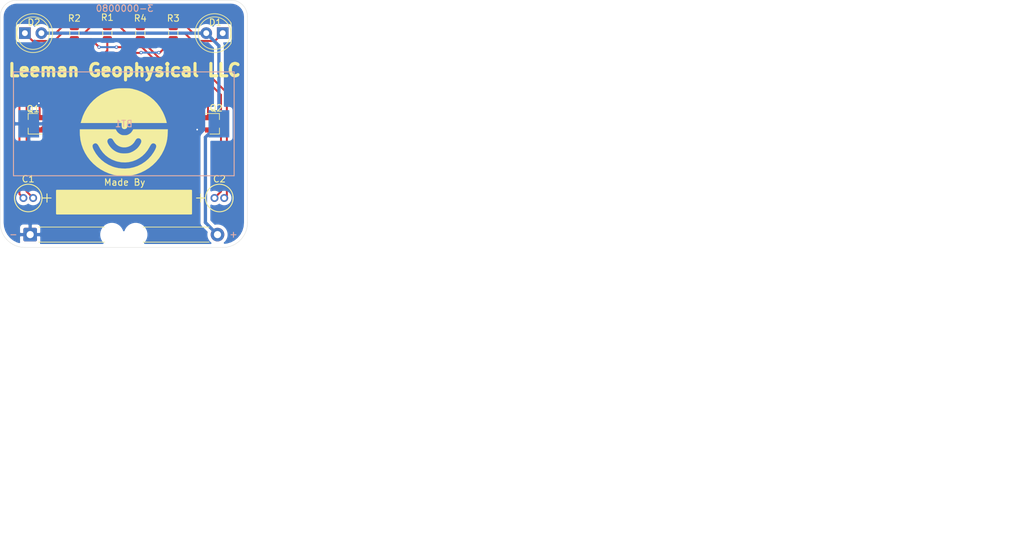
<source format=kicad_pcb>
(kicad_pcb (version 20171130) (host pcbnew "(5.1.7)-1")

  (general
    (thickness 1.6)
    (drawings 14)
    (tracks 74)
    (zones 0)
    (modules 14)
    (nets 9)
  )

  (page A4)
  (title_block
    (title "TH and SMD Blinky Kit")
    (date 2021-04-21)
    (rev 1.0)
    (company "Leeman Geophysical LLC")
    (comment 1 "(479) 373-3736")
    (comment 2 "Siloam Springs, AR 72761")
    (comment 3 "850 South Lincoln St.")
  )

  (layers
    (0 F.Cu signal)
    (31 B.Cu signal)
    (32 B.Adhes user)
    (33 F.Adhes user)
    (34 B.Paste user)
    (35 F.Paste user)
    (36 B.SilkS user)
    (37 F.SilkS user)
    (38 B.Mask user)
    (39 F.Mask user)
    (40 Dwgs.User user)
    (41 Cmts.User user)
    (42 Eco1.User user)
    (43 Eco2.User user)
    (44 Edge.Cuts user)
    (45 Margin user)
    (46 B.CrtYd user)
    (47 F.CrtYd user)
    (48 B.Fab user)
    (49 F.Fab user)
  )

  (setup
    (last_trace_width 0.3048)
    (user_trace_width 0.1524)
    (user_trace_width 0.3048)
    (user_trace_width 0.508)
    (user_trace_width 0.635)
    (user_trace_width 1.27)
    (user_trace_width 2.54)
    (trace_clearance 0.1524)
    (zone_clearance 0.508)
    (zone_45_only no)
    (trace_min 0.1524)
    (via_size 0.508)
    (via_drill 0.254)
    (via_min_size 0.508)
    (via_min_drill 0.254)
    (user_via 0.508 0.254)
    (user_via 1.016 0.508)
    (uvia_size 0.508)
    (uvia_drill 0.254)
    (uvias_allowed no)
    (uvia_min_size 0.508)
    (uvia_min_drill 0.254)
    (edge_width 0.05)
    (segment_width 0.2)
    (pcb_text_width 0.3)
    (pcb_text_size 1.5 1.5)
    (mod_edge_width 0.12)
    (mod_text_size 1 1)
    (mod_text_width 0.15)
    (pad_size 1.524 1.524)
    (pad_drill 0.762)
    (pad_to_mask_clearance 0)
    (aux_axis_origin 0 0)
    (visible_elements 7FFFFFFF)
    (pcbplotparams
      (layerselection 0x010fc_ffffffff)
      (usegerberextensions false)
      (usegerberattributes true)
      (usegerberadvancedattributes true)
      (creategerberjobfile true)
      (excludeedgelayer true)
      (linewidth 0.100000)
      (plotframeref false)
      (viasonmask false)
      (mode 1)
      (useauxorigin false)
      (hpglpennumber 1)
      (hpglpenspeed 20)
      (hpglpendiameter 15.000000)
      (psnegative false)
      (psa4output false)
      (plotreference true)
      (plotvalue true)
      (plotinvisibletext false)
      (padsonsilk false)
      (subtractmaskfromsilk false)
      (outputformat 1)
      (mirror false)
      (drillshape 0)
      (scaleselection 1)
      (outputdirectory "../GERBERS/"))
  )

  (net 0 "")
  (net 1 GND)
  (net 2 VCC)
  (net 3 "Net-(C1-Pad2)")
  (net 4 "Net-(C1-Pad1)")
  (net 5 "Net-(C2-Pad1)")
  (net 6 "Net-(C2-Pad2)")
  (net 7 "Net-(D1-Pad1)")
  (net 8 "Net-(D2-Pad1)")

  (net_class Default "This is the default net class."
    (clearance 0.1524)
    (trace_width 0.1524)
    (via_dia 0.508)
    (via_drill 0.254)
    (uvia_dia 0.508)
    (uvia_drill 0.254)
    (diff_pair_width 0.1524)
    (diff_pair_gap 0.254)
    (add_net GND)
    (add_net "Net-(C1-Pad1)")
    (add_net "Net-(C1-Pad2)")
    (add_net "Net-(C2-Pad1)")
    (add_net "Net-(C2-Pad2)")
    (add_net "Net-(D1-Pad1)")
    (add_net "Net-(D2-Pad1)")
    (add_net VCC)
  )

  (module pcb_graphics:mark135 locked (layer F.Cu) (tedit 0) (tstamp 60796D46)
    (at 140.97 99.06)
    (fp_text reference G*** (at 0 0) (layer F.SilkS) hide
      (effects (font (size 1.524 1.524) (thickness 0.3)))
    )
    (fp_text value LOGO (at 0.75 0) (layer F.SilkS) hide
      (effects (font (size 1.524 1.524) (thickness 0.3)))
    )
    (fp_poly (pts (xy 4.116126 -0.423333) (xy 6.784837 -0.423333) (xy 6.761839 0.201083) (xy 6.735037 0.661479)
      (xy 6.687786 1.06928) (xy 6.614912 1.45517) (xy 6.511244 1.849831) (xy 6.450841 2.045738)
      (xy 6.183079 2.745902) (xy 5.844104 3.405158) (xy 5.43893 4.019089) (xy 4.972571 4.583278)
      (xy 4.450042 5.093309) (xy 3.876357 5.544765) (xy 3.25653 5.933231) (xy 2.595576 6.25429)
      (xy 1.898508 6.503525) (xy 1.199071 6.671292) (xy 0.989747 6.700546) (xy 0.720916 6.724418)
      (xy 0.414539 6.742272) (xy 0.092577 6.753477) (xy -0.223012 6.757399) (xy -0.510266 6.753404)
      (xy -0.747227 6.740859) (xy -0.846667 6.73029) (xy -1.580111 6.590269) (xy -2.282357 6.376921)
      (xy -2.949254 6.09488) (xy -3.576651 5.748779) (xy -4.160395 5.343251) (xy -4.696335 4.88293)
      (xy -5.180319 4.372447) (xy -5.608196 3.816438) (xy -5.975813 3.219534) (xy -6.279019 2.58637)
      (xy -6.398348 2.248287) (xy -4.817195 2.248287) (xy -4.756197 2.47774) (xy -4.639127 2.741929)
      (xy -4.302498 3.315841) (xy -3.901755 3.836631) (xy -3.441762 4.300271) (xy -2.927387 4.702733)
      (xy -2.363495 5.039986) (xy -1.754952 5.308004) (xy -1.397 5.426197) (xy -0.879961 5.543687)
      (xy -0.322051 5.609728) (xy 0.249098 5.622628) (xy 0.805853 5.580697) (xy 0.903444 5.567039)
      (xy 1.544844 5.4284) (xy 2.158263 5.212407) (xy 2.737517 4.923515) (xy 3.276422 4.566184)
      (xy 3.768793 4.14487) (xy 4.208447 3.664031) (xy 4.589198 3.128126) (xy 4.798531 2.759429)
      (xy 4.914075 2.514143) (xy 4.978359 2.318559) (xy 4.99434 2.157348) (xy 4.964977 2.015181)
      (xy 4.949393 1.977488) (xy 4.857677 1.862116) (xy 4.717589 1.774257) (xy 4.565245 1.735934)
      (xy 4.552783 1.735667) (xy 4.425904 1.750384) (xy 4.316138 1.801707) (xy 4.212214 1.900395)
      (xy 4.102859 2.057203) (xy 3.976803 2.28289) (xy 3.974204 2.287855) (xy 3.653663 2.815107)
      (xy 3.278111 3.282381) (xy 2.85377 3.687096) (xy 2.386861 4.026671) (xy 1.883607 4.298525)
      (xy 1.35023 4.500075) (xy 0.792952 4.628743) (xy 0.217995 4.681945) (xy -0.36842 4.657102)
      (xy -0.96007 4.551632) (xy -1.27 4.463335) (xy -1.834973 4.238558) (xy -2.350888 3.944986)
      (xy -2.816543 3.583668) (xy -3.230739 3.155653) (xy -3.592273 2.66199) (xy -3.846525 2.213055)
      (xy -3.989651 1.972004) (xy -4.136745 1.813834) (xy -4.291172 1.736765) (xy -4.456296 1.739014)
      (xy -4.614778 1.806163) (xy -4.746631 1.918063) (xy -4.814055 2.063583) (xy -4.817195 2.248287)
      (xy -6.398348 2.248287) (xy -6.513663 1.921578) (xy -6.630604 1.421988) (xy -2.539842 1.421988)
      (xy -2.508357 1.590991) (xy -2.420738 1.796166) (xy -2.287769 2.021815) (xy -2.12023 2.25224)
      (xy -1.928906 2.471743) (xy -1.724579 2.664624) (xy -1.640064 2.731979) (xy -1.40224 2.900158)
      (xy -1.186722 3.024719) (xy -0.957981 3.12388) (xy -0.719667 3.203943) (xy -0.45074 3.262111)
      (xy -0.13271 3.292493) (xy 0.206051 3.295488) (xy 0.537169 3.27149) (xy 0.83227 3.220899)
      (xy 0.973667 3.180252) (xy 1.348957 3.016965) (xy 1.710092 2.79873) (xy 2.025095 2.545374)
      (xy 2.074333 2.497667) (xy 2.253653 2.29714) (xy 2.417138 2.075136) (xy 2.553068 1.851033)
      (xy 2.649721 1.64421) (xy 2.695375 1.474045) (xy 2.695775 1.470303) (xy 2.680598 1.268593)
      (xy 2.594969 1.107203) (xy 2.445337 0.996235) (xy 2.376826 0.97051) (xy 2.18789 0.949022)
      (xy 2.020981 1.006126) (xy 1.873111 1.143562) (xy 1.756833 1.331404) (xy 1.547868 1.656961)
      (xy 1.282947 1.92731) (xy 0.973318 2.137629) (xy 0.630227 2.283094) (xy 0.264921 2.358884)
      (xy -0.111354 2.360175) (xy -0.471791 2.287057) (xy -0.805218 2.149686) (xy -1.094178 1.955062)
      (xy -1.348363 1.694831) (xy -1.577461 1.360638) (xy -1.60831 1.307074) (xy -1.702001 1.153992)
      (xy -1.782177 1.059608) (xy -1.867522 1.004312) (xy -1.913664 0.986601) (xy -2.108276 0.960313)
      (xy -2.283882 1.005561) (xy -2.424665 1.111348) (xy -2.514807 1.266676) (xy -2.539842 1.421988)
      (xy -6.630604 1.421988) (xy -6.675593 1.229792) (xy -6.760656 0.515644) (xy -6.773172 0.116417)
      (xy -6.773333 -0.423333) (xy -4.00347 -0.423333) (xy -1.233606 -0.423334) (xy -1.139699 -0.235301)
      (xy -0.965986 0.019923) (xy -0.72092 0.238673) (xy -0.508 0.367561) (xy -0.381312 0.42702)
      (xy -0.267288 0.462857) (xy -0.136414 0.480807) (xy 0.040827 0.486606) (xy 0.105833 0.486833)
      (xy 0.302151 0.483521) (xy 0.443433 0.469759) (xy 0.559179 0.439804) (xy 0.678889 0.387918)
      (xy 0.719667 0.367381) (xy 0.954284 0.227252) (xy 1.132397 0.068573) (xy 1.281813 -0.13495)
      (xy 1.32089 -0.201083) (xy 1.447415 -0.423334) (xy 4.116126 -0.423333)) (layer F.SilkS) (width 0.01))
    (fp_poly (pts (xy 0.324021 -6.74594) (xy 0.580234 -6.741092) (xy 0.785481 -6.73202) (xy 0.9566 -6.717534)
      (xy 1.11043 -6.696444) (xy 1.263812 -6.66756) (xy 1.326744 -6.654015) (xy 2.075665 -6.447718)
      (xy 2.783917 -6.170043) (xy 3.447684 -5.823968) (xy 4.063147 -5.412468) (xy 4.626488 -4.93852)
      (xy 5.13389 -4.4051) (xy 5.581533 -3.815183) (xy 5.9656 -3.171747) (xy 6.075963 -2.951881)
      (xy 6.206664 -2.662549) (xy 6.330741 -2.356721) (xy 6.440072 -2.056783) (xy 6.526531 -1.785124)
      (xy 6.581994 -1.564131) (xy 6.584722 -1.549986) (xy 6.613422 -1.397) (xy 0.550333 -1.397)
      (xy 0.550333 -1.060694) (xy 0.546919 -0.882418) (xy 0.533259 -0.764688) (xy 0.504227 -0.683538)
      (xy 0.455083 -0.615448) (xy 0.302246 -0.501153) (xy 0.116407 -0.456751) (xy -0.029087 -0.473135)
      (xy -0.170173 -0.534068) (xy -0.264434 -0.636354) (xy -0.318299 -0.792263) (xy -0.338196 -1.014065)
      (xy -0.338667 -1.064043) (xy -0.338667 -1.397) (xy -6.640227 -1.397) (xy -6.540856 -1.768316)
      (xy -6.30778 -2.478913) (xy -6.000952 -3.152171) (xy -5.624729 -3.783426) (xy -5.183467 -4.368013)
      (xy -4.681521 -4.901269) (xy -4.123248 -5.37853) (xy -3.513004 -5.795132) (xy -2.855145 -6.14641)
      (xy -2.205712 -6.409938) (xy -1.874688 -6.520004) (xy -1.580691 -6.604186) (xy -1.303056 -6.665647)
      (xy -1.02112 -6.707553) (xy -0.71422 -6.733069) (xy -0.361692 -6.745359) (xy 0 -6.747752)
      (xy 0.324021 -6.74594)) (layer F.SilkS) (width 0.01))
  )

  (module Connector_Wire:SolderWire-0.5sqmm_1x02_P4.6mm_D0.9mm_OD2.1mm_Relief (layer F.Cu) (tedit 60787C59) (tstamp 6078DABE)
    (at 140.5128 114.8588)
    (descr "Soldered wire connection with feed through strain relief, for 2 times 0.5 mm² wires, basic insulation, conductor diameter 0.9mm, outer diameter 2.1mm, size source Multi-Contact FLEXI-E 0.5 (https://ec.staubli.com/AcroFiles/Catalogues/TM_Cab-Main-11014119_(en)_hi.pdf), bend radius 3 times outer diameter, generated with kicad-footprint-generator")
    (tags "connector wire 0.5sqmm strain-relief")
    (path /607A99AA)
    (attr virtual)
    (fp_text reference J1 (at -11.19 -1.56 180) (layer F.SilkS) hide
      (effects (font (size 1 1) (thickness 0.15)))
    )
    (fp_text value "2 Pos" (at -0.21 -2.3 270) (layer F.Fab)
      (effects (font (size 1 1) (thickness 0.15)))
    )
    (fp_circle (center -13.97 0) (end -13.97 -1.05) (layer F.Fab) (width 0.1))
    (fp_circle (center -1.37 0) (end -1.37 -1.05) (layer F.Fab) (width 0.1))
    (fp_circle (center 14.89 0) (end 14.89 1.05) (layer F.Fab) (width 0.1))
    (fp_circle (center 2.29 0) (end 2.29 1.05) (layer F.Fab) (width 0.1))
    (fp_line (start -13.97 1.05) (end -1.37 1.05) (layer F.Fab) (width 0.1))
    (fp_line (start -13.97 -1.05) (end -1.37 -1.05) (layer F.Fab) (width 0.1))
    (fp_line (start -12.66 -1.16) (end -2.53 -1.16) (layer F.SilkS) (width 0.12))
    (fp_line (start -12.66 1.16) (end -2.53 1.16) (layer F.SilkS) (width 0.12))
    (fp_line (start -15.52 1.8) (end 0.43 1.8) (layer F.CrtYd) (width 0.05))
    (fp_line (start 0.43 1.8) (end 0.43 -1.8) (layer F.CrtYd) (width 0.05))
    (fp_line (start 0.43 -1.8) (end -15.52 -1.8) (layer F.CrtYd) (width 0.05))
    (fp_line (start -15.52 -1.8) (end -15.52 1.8) (layer F.CrtYd) (width 0.05))
    (fp_line (start -3.17 1.8) (end 0.43 1.8) (layer B.CrtYd) (width 0.05))
    (fp_line (start 0.43 1.8) (end 0.43 -1.8) (layer B.CrtYd) (width 0.05))
    (fp_line (start 0.43 -1.8) (end -3.17 -1.8) (layer B.CrtYd) (width 0.05))
    (fp_line (start -3.17 -1.8) (end -3.17 1.8) (layer B.CrtYd) (width 0.05))
    (fp_line (start 14.89 -1.05) (end 2.29 -1.05) (layer F.Fab) (width 0.1))
    (fp_line (start 14.89 1.05) (end 2.29 1.05) (layer F.Fab) (width 0.1))
    (fp_line (start 13.58 1.16) (end 3.45 1.16) (layer F.SilkS) (width 0.12))
    (fp_line (start 13.58 -1.16) (end 3.45 -1.16) (layer F.SilkS) (width 0.12))
    (fp_line (start 16.44 -1.8) (end 0.49 -1.8) (layer F.CrtYd) (width 0.05))
    (fp_line (start 0.49 -1.8) (end 0.49 1.8) (layer F.CrtYd) (width 0.05))
    (fp_line (start 0.49 1.8) (end 16.44 1.8) (layer F.CrtYd) (width 0.05))
    (fp_line (start 16.44 1.8) (end 16.44 -1.8) (layer F.CrtYd) (width 0.05))
    (fp_line (start 4.09 -1.8) (end 0.49 -1.8) (layer B.CrtYd) (width 0.05))
    (fp_line (start 0.49 -1.8) (end 0.49 1.8) (layer B.CrtYd) (width 0.05))
    (fp_line (start 0.49 1.8) (end 4.09 1.8) (layer B.CrtYd) (width 0.05))
    (fp_line (start 4.09 1.8) (end 4.09 -1.8) (layer B.CrtYd) (width 0.05))
    (fp_text user %R (at 8.59 -2.3) (layer F.Fab)
      (effects (font (size 1 1) (thickness 0.15)))
    )
    (pad "" np_thru_hole circle (at 2.29 0 270) (size 2.6 2.6) (drill 2.6) (layers *.Cu *.Mask))
    (pad "" np_thru_hole circle (at -1.37 0 90) (size 2.6 2.6) (drill 2.6) (layers *.Cu *.Mask))
    (pad 2 thru_hole circle (at 14.89 0 270) (size 2.1 2.1) (drill 1.1) (layers *.Cu *.Mask)
      (net 2 VCC))
    (pad 1 thru_hole roundrect (at -13.97 0 90) (size 2.1 2.1) (drill 1.1) (layers *.Cu *.Mask) (roundrect_rratio 0.119047619047619)
      (net 1 GND))
    (model ${KISYS3DMOD}/Connector_Wire.3dshapes/SolderWire-0.5sqmm_1x02_P4.6mm_D0.9mm_OD2.1mm_Relief.wrl
      (at (xyz 0 0 0))
      (scale (xyz 1 1 1))
      (rotate (xyz 0 0 0))
    )
  )

  (module batteries:1-0000494 (layer B.Cu) (tedit 5EB05536) (tstamp 6078FB3E)
    (at 140.97 97.79 180)
    (path /60777445)
    (fp_text reference BT1 (at 0 0) (layer B.SilkS)
      (effects (font (size 1 1) (thickness 0.15)) (justify mirror))
    )
    (fp_text value 1-0000494 (at 0 0) (layer B.Fab)
      (effects (font (size 1 1) (thickness 0.15)) (justify mirror))
    )
    (fp_line (start -17 -10) (end -17 10) (layer B.CrtYd) (width 0.12))
    (fp_line (start 17 10) (end 17 -10) (layer B.CrtYd) (width 0.12))
    (fp_line (start -17 8) (end 17 8) (layer B.SilkS) (width 0.15))
    (fp_line (start -17 -8) (end -17 8) (layer B.SilkS) (width 0.15))
    (fp_line (start 17 -8) (end -17 -8) (layer B.SilkS) (width 0.15))
    (fp_line (start 17 8) (end 17 -8) (layer B.SilkS) (width 0.15))
    (fp_line (start -17 10) (end 17 10) (layer B.CrtYd) (width 0.15))
    (fp_line (start -17 -10) (end 17 -10) (layer B.CrtYd) (width 0.15))
    (pad 2 smd rect (at 14.65 0 180) (size 3.2 4.2) (layers B.Cu B.Paste B.Mask)
      (net 1 GND))
    (pad 1 smd rect (at -14.65 0 180) (size 3.2 4.2) (layers B.Cu B.Paste B.Mask)
      (net 2 VCC))
  )

  (module capacitors_th:1-0000853 (layer F.Cu) (tedit 60773212) (tstamp 6078DA6D)
    (at 127 109.22 180)
    (descr "CAP ALUM 10UF 20% 16V RADIAL")
    (tags "CAP ALUM 10UF 20% 16V RADIAL")
    (path /60774DDD)
    (fp_text reference C1 (at 0.762 2.921) (layer F.SilkS)
      (effects (font (size 1 1) (thickness 0.15)))
    )
    (fp_text value 1-0000853 (at 0.75 -3.81) (layer F.SilkS) hide
      (effects (font (size 1 1) (thickness 0.15)))
    )
    (fp_line (start -2.7679 0) (end -1.4979 0) (layer F.Fab) (width 0.1524))
    (fp_line (start -2.1329 -0.635) (end -2.1329 0.635) (layer F.Fab) (width 0.1524))
    (fp_line (start -2.7679 0) (end -1.4979 0) (layer F.SilkS) (width 0.1524))
    (fp_line (start -2.1329 -0.635) (end -2.1329 0.635) (layer F.SilkS) (width 0.1524))
    (fp_line (start -0.175606 -2.2479) (end 1.675606 -2.2479) (layer F.CrtYd) (width 0.1524))
    (fp_line (start 1.675606 -2.2479) (end 2.9979 -0.925606) (layer F.CrtYd) (width 0.1524))
    (fp_line (start 2.9979 -0.925606) (end 2.9979 0.925606) (layer F.CrtYd) (width 0.1524))
    (fp_line (start 2.9979 0.925606) (end 1.675606 2.2479) (layer F.CrtYd) (width 0.1524))
    (fp_line (start 1.675606 2.2479) (end -0.175606 2.2479) (layer F.CrtYd) (width 0.1524))
    (fp_line (start -0.175606 2.2479) (end -1.4979 0.925606) (layer F.CrtYd) (width 0.1524))
    (fp_line (start -1.4979 0.925606) (end -1.4979 -0.925606) (layer F.CrtYd) (width 0.1524))
    (fp_line (start -1.4979 -0.925606) (end -0.175606 -2.2479) (layer F.CrtYd) (width 0.1524))
    (fp_circle (center 0.75 0) (end 2.7439 0) (layer F.Fab) (width 0.1524))
    (fp_circle (center 0.75 0) (end 2.8709 0) (layer F.SilkS) (width 0.1524))
    (fp_text user * (at 0 0) (layer F.Fab)
      (effects (font (size 1 1) (thickness 0.15)))
    )
    (fp_text user "Copyright 2016 Accelerated Designs. All rights reserved." (at 0 0) (layer Cmts.User)
      (effects (font (size 0.127 0.127) (thickness 0.002)))
    )
    (pad 2 thru_hole circle (at 1.5 0 180) (size 1.2192 1.2192) (drill 0.7112) (layers *.Cu *.Mask)
      (net 3 "Net-(C1-Pad2)"))
    (pad 1 thru_hole circle (at 0 0 180) (size 1.2192 1.2192) (drill 0.7112) (layers *.Cu *.Mask)
      (net 4 "Net-(C1-Pad1)"))
    (model ${LGEO_3D_DIR}/capacitors_th/1-0000853.step
      (at (xyz 0 0 0))
      (scale (xyz 1 1 1))
      (rotate (xyz 0 0 0))
    )
  )

  (module capacitors_th:1-0000853 (layer F.Cu) (tedit 60773212) (tstamp 60796E56)
    (at 154.94 109.22)
    (descr "CAP ALUM 10UF 20% 16V RADIAL")
    (tags "CAP ALUM 10UF 20% 16V RADIAL")
    (path /60773993)
    (fp_text reference C2 (at 0.762 -2.921) (layer F.SilkS)
      (effects (font (size 1 1) (thickness 0.15)))
    )
    (fp_text value 1-0000853 (at 0.75 -3.81) (layer F.SilkS) hide
      (effects (font (size 1 1) (thickness 0.15)))
    )
    (fp_circle (center 0.75 0) (end 2.8709 0) (layer F.SilkS) (width 0.1524))
    (fp_circle (center 0.75 0) (end 2.7439 0) (layer F.Fab) (width 0.1524))
    (fp_line (start -1.4979 -0.925606) (end -0.175606 -2.2479) (layer F.CrtYd) (width 0.1524))
    (fp_line (start -1.4979 0.925606) (end -1.4979 -0.925606) (layer F.CrtYd) (width 0.1524))
    (fp_line (start -0.175606 2.2479) (end -1.4979 0.925606) (layer F.CrtYd) (width 0.1524))
    (fp_line (start 1.675606 2.2479) (end -0.175606 2.2479) (layer F.CrtYd) (width 0.1524))
    (fp_line (start 2.9979 0.925606) (end 1.675606 2.2479) (layer F.CrtYd) (width 0.1524))
    (fp_line (start 2.9979 -0.925606) (end 2.9979 0.925606) (layer F.CrtYd) (width 0.1524))
    (fp_line (start 1.675606 -2.2479) (end 2.9979 -0.925606) (layer F.CrtYd) (width 0.1524))
    (fp_line (start -0.175606 -2.2479) (end 1.675606 -2.2479) (layer F.CrtYd) (width 0.1524))
    (fp_line (start -2.1329 -0.635) (end -2.1329 0.635) (layer F.SilkS) (width 0.1524))
    (fp_line (start -2.7679 0) (end -1.4979 0) (layer F.SilkS) (width 0.1524))
    (fp_line (start -2.1329 -0.635) (end -2.1329 0.635) (layer F.Fab) (width 0.1524))
    (fp_line (start -2.7679 0) (end -1.4979 0) (layer F.Fab) (width 0.1524))
    (fp_text user "Copyright 2016 Accelerated Designs. All rights reserved." (at 0 0) (layer Cmts.User)
      (effects (font (size 0.127 0.127) (thickness 0.002)))
    )
    (fp_text user * (at 0 0) (layer F.Fab)
      (effects (font (size 1 1) (thickness 0.15)))
    )
    (pad 1 thru_hole circle (at 0 0) (size 1.2192 1.2192) (drill 0.7112) (layers *.Cu *.Mask)
      (net 5 "Net-(C2-Pad1)"))
    (pad 2 thru_hole circle (at 1.5 0) (size 1.2192 1.2192) (drill 0.7112) (layers *.Cu *.Mask)
      (net 6 "Net-(C2-Pad2)"))
    (model ${LGEO_3D_DIR}/capacitors_th/1-0000853.step
      (at (xyz 0 0 0))
      (scale (xyz 1 1 1))
      (rotate (xyz 0 0 0))
    )
  )

  (module leds_th:1-0000568 (layer F.Cu) (tedit 60773986) (tstamp 6078DA96)
    (at 156.21 83.82 180)
    (descr "LED, diameter 5.0mm, 2 pins RED")
    (tags "LED diameter 5.0mm 2 pins RED")
    (path /60774DCC)
    (fp_text reference D1 (at 1.143 1.651) (layer F.SilkS)
      (effects (font (size 1 1) (thickness 0.15)))
    )
    (fp_text value 1-0000568 (at 1.27 3.96) (layer F.Fab)
      (effects (font (size 1 1) (thickness 0.15)))
    )
    (fp_circle (center 1.27 0) (end 3.77 0) (layer F.SilkS) (width 0.12))
    (fp_circle (center 1.27 0) (end 3.77 0) (layer F.Fab) (width 0.1))
    (fp_line (start 4.5 -3.25) (end -1.95 -3.25) (layer F.CrtYd) (width 0.05))
    (fp_line (start 4.5 3.25) (end 4.5 -3.25) (layer F.CrtYd) (width 0.05))
    (fp_line (start -1.95 3.25) (end 4.5 3.25) (layer F.CrtYd) (width 0.05))
    (fp_line (start -1.95 -3.25) (end -1.95 3.25) (layer F.CrtYd) (width 0.05))
    (fp_line (start -1.29 -1.545) (end -1.29 1.545) (layer F.SilkS) (width 0.12))
    (fp_line (start -1.23 -1.469694) (end -1.23 1.469694) (layer F.Fab) (width 0.1))
    (fp_text user %R (at 1.25 0) (layer F.Fab)
      (effects (font (size 0.8 0.8) (thickness 0.2)))
    )
    (fp_arc (start 1.27 0) (end -1.23 -1.469694) (angle 299.1) (layer F.Fab) (width 0.1))
    (fp_arc (start 1.27 0) (end -1.29 -1.54483) (angle 148.9) (layer F.SilkS) (width 0.12))
    (fp_arc (start 1.27 0) (end -1.29 1.54483) (angle -148.9) (layer F.SilkS) (width 0.12))
    (pad 1 thru_hole rect (at 0 0 180) (size 1.8 1.8) (drill 0.9) (layers *.Cu *.Mask)
      (net 7 "Net-(D1-Pad1)"))
    (pad 2 thru_hole circle (at 2.54 0 180) (size 1.8 1.8) (drill 0.9) (layers *.Cu *.Mask)
      (net 2 VCC))
    (model ${LGEO_3D_DIR}/leds_th/1-0000568.step
      (offset (xyz 0 0 -3))
      (scale (xyz 1 1 1))
      (rotate (xyz 0 0 0))
    )
  )

  (module leds_th:1-0000568 (layer F.Cu) (tedit 60773986) (tstamp 6078DAA8)
    (at 125.73 83.82)
    (descr "LED, diameter 5.0mm, 2 pins RED")
    (tags "LED diameter 5.0mm 2 pins RED")
    (path /6077414F)
    (fp_text reference D2 (at 1.397 -1.651) (layer F.SilkS)
      (effects (font (size 1 1) (thickness 0.15)))
    )
    (fp_text value 1-0000568 (at 1.27 3.96) (layer F.Fab)
      (effects (font (size 1 1) (thickness 0.15)))
    )
    (fp_line (start -1.23 -1.469694) (end -1.23 1.469694) (layer F.Fab) (width 0.1))
    (fp_line (start -1.29 -1.545) (end -1.29 1.545) (layer F.SilkS) (width 0.12))
    (fp_line (start -1.95 -3.25) (end -1.95 3.25) (layer F.CrtYd) (width 0.05))
    (fp_line (start -1.95 3.25) (end 4.5 3.25) (layer F.CrtYd) (width 0.05))
    (fp_line (start 4.5 3.25) (end 4.5 -3.25) (layer F.CrtYd) (width 0.05))
    (fp_line (start 4.5 -3.25) (end -1.95 -3.25) (layer F.CrtYd) (width 0.05))
    (fp_circle (center 1.27 0) (end 3.77 0) (layer F.Fab) (width 0.1))
    (fp_circle (center 1.27 0) (end 3.77 0) (layer F.SilkS) (width 0.12))
    (fp_arc (start 1.27 0) (end -1.29 1.54483) (angle -148.9) (layer F.SilkS) (width 0.12))
    (fp_arc (start 1.27 0) (end -1.29 -1.54483) (angle 148.9) (layer F.SilkS) (width 0.12))
    (fp_arc (start 1.27 0) (end -1.23 -1.469694) (angle 299.1) (layer F.Fab) (width 0.1))
    (fp_text user %R (at 1.25 0) (layer F.Fab)
      (effects (font (size 0.8 0.8) (thickness 0.2)))
    )
    (pad 2 thru_hole circle (at 2.54 0) (size 1.8 1.8) (drill 0.9) (layers *.Cu *.Mask)
      (net 2 VCC))
    (pad 1 thru_hole rect (at 0 0) (size 1.8 1.8) (drill 0.9) (layers *.Cu *.Mask)
      (net 8 "Net-(D2-Pad1)"))
    (model ${LGEO_3D_DIR}/leds_th/1-0000568.step
      (offset (xyz 0 0 -3))
      (scale (xyz 1 1 1))
      (rotate (xyz 0 0 0))
    )
  )

  (module transistors:1-0000036 (layer F.Cu) (tedit 6046526C) (tstamp 6078DAD3)
    (at 127 97.79 180)
    (descr "SOT-23, Standard")
    (tags SOT-23)
    (path /6077AAAC)
    (attr smd)
    (fp_text reference Q1 (at 0 2.286) (layer F.SilkS)
      (effects (font (size 1 1) (thickness 0.15)))
    )
    (fp_text value 1-0000036 (at 0 2.5) (layer F.Fab)
      (effects (font (size 1 1) (thickness 0.15)))
    )
    (fp_line (start -0.7 -0.95) (end -0.7 1.5) (layer F.Fab) (width 0.1))
    (fp_line (start -0.15 -1.52) (end 0.7 -1.52) (layer F.Fab) (width 0.1))
    (fp_line (start -0.7 -0.95) (end -0.15 -1.52) (layer F.Fab) (width 0.1))
    (fp_line (start 0.7 -1.52) (end 0.7 1.52) (layer F.Fab) (width 0.1))
    (fp_line (start -0.7 1.52) (end 0.7 1.52) (layer F.Fab) (width 0.1))
    (fp_line (start 0.76 1.58) (end 0.76 0.65) (layer F.SilkS) (width 0.12))
    (fp_line (start 0.76 -1.58) (end 0.76 -0.65) (layer F.SilkS) (width 0.12))
    (fp_line (start -1.7 -1.75) (end 1.7 -1.75) (layer F.CrtYd) (width 0.05))
    (fp_line (start 1.7 -1.75) (end 1.7 1.75) (layer F.CrtYd) (width 0.05))
    (fp_line (start 1.7 1.75) (end -1.7 1.75) (layer F.CrtYd) (width 0.05))
    (fp_line (start -1.7 1.75) (end -1.7 -1.75) (layer F.CrtYd) (width 0.05))
    (fp_line (start 0.76 -1.58) (end -1.4 -1.58) (layer F.SilkS) (width 0.12))
    (fp_line (start 0.76 1.58) (end -0.7 1.58) (layer F.SilkS) (width 0.12))
    (fp_text user %R (at 0 0 90) (layer F.Fab)
      (effects (font (size 0.5 0.5) (thickness 0.075)))
    )
    (pad 1 smd rect (at -1 -0.95 180) (size 0.9 0.8) (layers F.Cu F.Paste F.Mask)
      (net 6 "Net-(C2-Pad2)"))
    (pad 2 smd rect (at -1 0.95 180) (size 0.9 0.8) (layers F.Cu F.Paste F.Mask)
      (net 1 GND))
    (pad 3 smd rect (at 1 0 180) (size 0.9 0.8) (layers F.Cu F.Paste F.Mask)
      (net 4 "Net-(C1-Pad1)"))
    (model ${LGEO_3D_DIR}/transistors/1-0000036.step
      (at (xyz 0 0 0))
      (scale (xyz 1 1 1))
      (rotate (xyz 0 0 0))
    )
  )

  (module transistors:1-0000036 (layer F.Cu) (tedit 6046526C) (tstamp 6078DAE8)
    (at 154.94 97.79)
    (descr "SOT-23, Standard")
    (tags SOT-23)
    (path /6077B722)
    (attr smd)
    (fp_text reference Q2 (at 0.254 -2.413) (layer F.SilkS)
      (effects (font (size 1 1) (thickness 0.15)))
    )
    (fp_text value 1-0000036 (at 0 2.5) (layer F.Fab)
      (effects (font (size 1 1) (thickness 0.15)))
    )
    (fp_line (start 0.76 1.58) (end -0.7 1.58) (layer F.SilkS) (width 0.12))
    (fp_line (start 0.76 -1.58) (end -1.4 -1.58) (layer F.SilkS) (width 0.12))
    (fp_line (start -1.7 1.75) (end -1.7 -1.75) (layer F.CrtYd) (width 0.05))
    (fp_line (start 1.7 1.75) (end -1.7 1.75) (layer F.CrtYd) (width 0.05))
    (fp_line (start 1.7 -1.75) (end 1.7 1.75) (layer F.CrtYd) (width 0.05))
    (fp_line (start -1.7 -1.75) (end 1.7 -1.75) (layer F.CrtYd) (width 0.05))
    (fp_line (start 0.76 -1.58) (end 0.76 -0.65) (layer F.SilkS) (width 0.12))
    (fp_line (start 0.76 1.58) (end 0.76 0.65) (layer F.SilkS) (width 0.12))
    (fp_line (start -0.7 1.52) (end 0.7 1.52) (layer F.Fab) (width 0.1))
    (fp_line (start 0.7 -1.52) (end 0.7 1.52) (layer F.Fab) (width 0.1))
    (fp_line (start -0.7 -0.95) (end -0.15 -1.52) (layer F.Fab) (width 0.1))
    (fp_line (start -0.15 -1.52) (end 0.7 -1.52) (layer F.Fab) (width 0.1))
    (fp_line (start -0.7 -0.95) (end -0.7 1.5) (layer F.Fab) (width 0.1))
    (fp_text user %R (at 0 0 90) (layer F.Fab)
      (effects (font (size 0.5 0.5) (thickness 0.075)))
    )
    (pad 3 smd rect (at 1 0) (size 0.9 0.8) (layers F.Cu F.Paste F.Mask)
      (net 5 "Net-(C2-Pad1)"))
    (pad 2 smd rect (at -1 0.95) (size 0.9 0.8) (layers F.Cu F.Paste F.Mask)
      (net 1 GND))
    (pad 1 smd rect (at -1 -0.95) (size 0.9 0.8) (layers F.Cu F.Paste F.Mask)
      (net 3 "Net-(C1-Pad2)"))
    (model ${LGEO_3D_DIR}/transistors/1-0000036.step
      (at (xyz 0 0 0))
      (scale (xyz 1 1 1))
      (rotate (xyz 0 0 0))
    )
  )

  (module resistors_0805:1-0000551 (layer F.Cu) (tedit 5F501375) (tstamp 60790497)
    (at 138.43 83.82 270)
    (descr "Resistor SMD 0805 (2012 Metric), square (rectangular) end terminal, IPC_7351 nominal")
    (tags resistor)
    (path /607804B6)
    (attr smd)
    (fp_text reference R1 (at -2.413 0 180) (layer F.SilkS)
      (effects (font (size 1 1) (thickness 0.15)))
    )
    (fp_text value 1-0000551 (at 0 1.65 90) (layer F.Fab)
      (effects (font (size 1 1) (thickness 0.15)))
    )
    (fp_line (start -1 0.6) (end -1 -0.6) (layer F.Fab) (width 0.1))
    (fp_line (start -1 -0.6) (end 1 -0.6) (layer F.Fab) (width 0.1))
    (fp_line (start 1 -0.6) (end 1 0.6) (layer F.Fab) (width 0.1))
    (fp_line (start 1 0.6) (end -1 0.6) (layer F.Fab) (width 0.1))
    (fp_line (start -0.258578 -0.71) (end 0.258578 -0.71) (layer F.SilkS) (width 0.12))
    (fp_line (start -0.258578 0.71) (end 0.258578 0.71) (layer F.SilkS) (width 0.12))
    (fp_line (start -1.68 0.95) (end -1.68 -0.95) (layer F.CrtYd) (width 0.05))
    (fp_line (start -1.68 -0.95) (end 1.68 -0.95) (layer F.CrtYd) (width 0.05))
    (fp_line (start 1.68 -0.95) (end 1.68 0.95) (layer F.CrtYd) (width 0.05))
    (fp_line (start 1.68 0.95) (end -1.68 0.95) (layer F.CrtYd) (width 0.05))
    (fp_text user %R (at 0 0 90) (layer F.Fab)
      (effects (font (size 0.5 0.5) (thickness 0.08)))
    )
    (pad 2 smd roundrect (at 0.9375 0 270) (size 0.975 1.4) (layers F.Cu F.Paste F.Mask) (roundrect_rratio 0.25)
      (net 4 "Net-(C1-Pad1)"))
    (pad 1 smd roundrect (at -0.9375 0 270) (size 0.975 1.4) (layers F.Cu F.Paste F.Mask) (roundrect_rratio 0.25)
      (net 7 "Net-(D1-Pad1)"))
    (model ${LGEO_3D_DIR}/resistors_0805/1-0000551.wrl
      (at (xyz 0 0 0))
      (scale (xyz 1 1 1))
      (rotate (xyz 0 0 0))
    )
  )

  (module resistors_0805:1-0000548 (layer F.Cu) (tedit 60465203) (tstamp 6078DB0A)
    (at 133.35 83.82 270)
    (descr "Resistor SMD 0805 (2012 Metric), square (rectangular) end terminal, IPC_7351 nominal")
    (tags resistor)
    (path /60780D96)
    (attr smd)
    (fp_text reference R2 (at -2.286 0) (layer F.SilkS)
      (effects (font (size 1 1) (thickness 0.15)))
    )
    (fp_text value 1-0000548 (at 0 1.65 90) (layer F.Fab)
      (effects (font (size 1 1) (thickness 0.15)))
    )
    (fp_line (start -1 0.6) (end -1 -0.6) (layer F.Fab) (width 0.1))
    (fp_line (start -1 -0.6) (end 1 -0.6) (layer F.Fab) (width 0.1))
    (fp_line (start 1 -0.6) (end 1 0.6) (layer F.Fab) (width 0.1))
    (fp_line (start 1 0.6) (end -1 0.6) (layer F.Fab) (width 0.1))
    (fp_line (start -0.258578 -0.71) (end 0.258578 -0.71) (layer F.SilkS) (width 0.12))
    (fp_line (start -0.258578 0.71) (end 0.258578 0.71) (layer F.SilkS) (width 0.12))
    (fp_line (start -1.68 0.95) (end -1.68 -0.95) (layer F.CrtYd) (width 0.05))
    (fp_line (start -1.68 -0.95) (end 1.68 -0.95) (layer F.CrtYd) (width 0.05))
    (fp_line (start 1.68 -0.95) (end 1.68 0.95) (layer F.CrtYd) (width 0.05))
    (fp_line (start 1.68 0.95) (end -1.68 0.95) (layer F.CrtYd) (width 0.05))
    (fp_text user %R (at 0 0 90) (layer F.Fab)
      (effects (font (size 0.5 0.5) (thickness 0.08)))
    )
    (pad 1 smd roundrect (at -0.9375 0 270) (size 0.975 1.4) (layers F.Cu F.Paste F.Mask) (roundrect_rratio 0.25)
      (net 2 VCC))
    (pad 2 smd roundrect (at 0.9375 0 270) (size 0.975 1.4) (layers F.Cu F.Paste F.Mask) (roundrect_rratio 0.25)
      (net 3 "Net-(C1-Pad2)"))
    (model ${LGEO_3D_DIR}/resistors_0805/1-0000548.wrl
      (at (xyz 0 0 0))
      (scale (xyz 1 1 1))
      (rotate (xyz 0 0 0))
    )
  )

  (module resistors_0805:1-0000548 (layer F.Cu) (tedit 60465203) (tstamp 6079039D)
    (at 148.59 83.82 270)
    (descr "Resistor SMD 0805 (2012 Metric), square (rectangular) end terminal, IPC_7351 nominal")
    (tags resistor)
    (path /6078178F)
    (attr smd)
    (fp_text reference R3 (at -2.286 0 180) (layer F.SilkS)
      (effects (font (size 1 1) (thickness 0.15)))
    )
    (fp_text value 1-0000548 (at 0 1.65 90) (layer F.Fab)
      (effects (font (size 1 1) (thickness 0.15)))
    )
    (fp_line (start 1.68 0.95) (end -1.68 0.95) (layer F.CrtYd) (width 0.05))
    (fp_line (start 1.68 -0.95) (end 1.68 0.95) (layer F.CrtYd) (width 0.05))
    (fp_line (start -1.68 -0.95) (end 1.68 -0.95) (layer F.CrtYd) (width 0.05))
    (fp_line (start -1.68 0.95) (end -1.68 -0.95) (layer F.CrtYd) (width 0.05))
    (fp_line (start -0.258578 0.71) (end 0.258578 0.71) (layer F.SilkS) (width 0.12))
    (fp_line (start -0.258578 -0.71) (end 0.258578 -0.71) (layer F.SilkS) (width 0.12))
    (fp_line (start 1 0.6) (end -1 0.6) (layer F.Fab) (width 0.1))
    (fp_line (start 1 -0.6) (end 1 0.6) (layer F.Fab) (width 0.1))
    (fp_line (start -1 -0.6) (end 1 -0.6) (layer F.Fab) (width 0.1))
    (fp_line (start -1 0.6) (end -1 -0.6) (layer F.Fab) (width 0.1))
    (fp_text user %R (at 0 0 90) (layer F.Fab)
      (effects (font (size 0.5 0.5) (thickness 0.08)))
    )
    (pad 2 smd roundrect (at 0.9375 0 270) (size 0.975 1.4) (layers F.Cu F.Paste F.Mask) (roundrect_rratio 0.25)
      (net 6 "Net-(C2-Pad2)"))
    (pad 1 smd roundrect (at -0.9375 0 270) (size 0.975 1.4) (layers F.Cu F.Paste F.Mask) (roundrect_rratio 0.25)
      (net 2 VCC))
    (model ${LGEO_3D_DIR}/resistors_0805/1-0000548.wrl
      (at (xyz 0 0 0))
      (scale (xyz 1 1 1))
      (rotate (xyz 0 0 0))
    )
  )

  (module resistors_0805:1-0000551 (layer F.Cu) (tedit 5F501375) (tstamp 6078DB2C)
    (at 143.51 83.82 270)
    (descr "Resistor SMD 0805 (2012 Metric), square (rectangular) end terminal, IPC_7351 nominal")
    (tags resistor)
    (path /6077FB4D)
    (attr smd)
    (fp_text reference R4 (at -2.286 0 180) (layer F.SilkS)
      (effects (font (size 1 1) (thickness 0.15)))
    )
    (fp_text value 1-0000551 (at 0 1.65 90) (layer F.Fab)
      (effects (font (size 1 1) (thickness 0.15)))
    )
    (fp_line (start 1.68 0.95) (end -1.68 0.95) (layer F.CrtYd) (width 0.05))
    (fp_line (start 1.68 -0.95) (end 1.68 0.95) (layer F.CrtYd) (width 0.05))
    (fp_line (start -1.68 -0.95) (end 1.68 -0.95) (layer F.CrtYd) (width 0.05))
    (fp_line (start -1.68 0.95) (end -1.68 -0.95) (layer F.CrtYd) (width 0.05))
    (fp_line (start -0.258578 0.71) (end 0.258578 0.71) (layer F.SilkS) (width 0.12))
    (fp_line (start -0.258578 -0.71) (end 0.258578 -0.71) (layer F.SilkS) (width 0.12))
    (fp_line (start 1 0.6) (end -1 0.6) (layer F.Fab) (width 0.1))
    (fp_line (start 1 -0.6) (end 1 0.6) (layer F.Fab) (width 0.1))
    (fp_line (start -1 -0.6) (end 1 -0.6) (layer F.Fab) (width 0.1))
    (fp_line (start -1 0.6) (end -1 -0.6) (layer F.Fab) (width 0.1))
    (fp_text user %R (at 0 0 90) (layer F.Fab)
      (effects (font (size 0.5 0.5) (thickness 0.08)))
    )
    (pad 1 smd roundrect (at -0.9375 0 270) (size 0.975 1.4) (layers F.Cu F.Paste F.Mask) (roundrect_rratio 0.25)
      (net 8 "Net-(D2-Pad1)"))
    (pad 2 smd roundrect (at 0.9375 0 270) (size 0.975 1.4) (layers F.Cu F.Paste F.Mask) (roundrect_rratio 0.25)
      (net 5 "Net-(C2-Pad1)"))
    (model ${LGEO_3D_DIR}/resistors_0805/1-0000551.wrl
      (at (xyz 0 0 0))
      (scale (xyz 1 1 1))
      (rotate (xyz 0 0 0))
    )
  )

  (module misc:barepcb (layer F.Cu) (tedit 5FDCBE64) (tstamp 6080DDD1)
    (at 276.098 160.528)
    (path /60812638)
    (fp_text reference PCB1 (at 0 0.5) (layer Dwgs.User)
      (effects (font (size 1 1) (thickness 0.15)))
    )
    (fp_text value barepcb (at 0 -0.5) (layer F.Fab)
      (effects (font (size 1 1) (thickness 0.15)))
    )
    (fp_line (start -3.5 1.5) (end -3.5 -1.5) (layer F.CrtYd) (width 0.12))
    (fp_line (start 3.5 1.5) (end -3.5 1.5) (layer F.CrtYd) (width 0.12))
    (fp_line (start 3.5 -1.5) (end 3.5 1.5) (layer F.CrtYd) (width 0.12))
    (fp_line (start -3.5 -1.5) (end 3.5 -1.5) (layer F.CrtYd) (width 0.12))
  )

  (gr_text 3-0000080 (at 141.097 80.01) (layer B.SilkS)
    (effects (font (size 1 1) (thickness 0.15)) (justify mirror))
  )
  (gr_text + (at 157.861 114.808) (layer B.SilkS)
    (effects (font (size 1 1) (thickness 0.15)))
  )
  (gr_text - (at 123.952 114.808) (layer B.SilkS)
    (effects (font (size 1 1) (thickness 0.15)))
  )
  (gr_text "Made By" (at 141.097 106.807) (layer F.SilkS)
    (effects (font (size 1 1) (thickness 0.15)))
  )
  (gr_text "Leeman Geophysical LLC" (at 141.097 89.535) (layer F.SilkS)
    (effects (font (size 1.905 1.905) (thickness 0.47625)))
  )
  (gr_arc (start 157.48 81.28) (end 160.02 81.28) (angle -90) (layer Edge.Cuts) (width 0.05))
  (gr_arc (start 124.46 81.28) (end 124.46 78.74) (angle -90) (layer Edge.Cuts) (width 0.05))
  (gr_arc (start 125.73 113.03) (end 121.92 113.03) (angle -90) (layer Edge.Cuts) (width 0.05))
  (gr_arc (start 156.21 113.03) (end 156.21 116.84) (angle -90) (layer Edge.Cuts) (width 0.05))
  (gr_line (start 124.46 78.74) (end 124.46 78.74) (layer Edge.Cuts) (width 0.05) (tstamp 6078F9E6))
  (gr_line (start 121.92 113.03) (end 121.92 81.28) (layer Edge.Cuts) (width 0.05))
  (gr_line (start 157.48 78.74) (end 124.46 78.74) (layer Edge.Cuts) (width 0.05))
  (gr_line (start 160.02 113.03) (end 160.02 81.28) (layer Edge.Cuts) (width 0.05))
  (gr_line (start 125.73 116.84) (end 156.21 116.84) (layer Edge.Cuts) (width 0.05))

  (via (at 152.273 98.679) (size 0.508) (drill 0.254) (layers F.Cu B.Cu) (net 1))
  (segment (start 152.334 98.74) (end 152.273 98.679) (width 0.3048) (layer F.Cu) (net 1))
  (segment (start 153.94 98.74) (end 152.334 98.74) (width 0.3048) (layer F.Cu) (net 1) (status 10))
  (via (at 127.889 94.615) (size 0.508) (drill 0.254) (layers F.Cu B.Cu) (net 1))
  (segment (start 128 94.726) (end 127.889 94.615) (width 0.3048) (layer F.Cu) (net 1))
  (segment (start 128 96.84) (end 128 94.726) (width 0.3048) (layer F.Cu) (net 1))
  (segment (start 153.543 112.999) (end 155.4028 114.8588) (width 0.508) (layer B.Cu) (net 2) (status 20))
  (segment (start 153.543 99.867) (end 153.543 112.999) (width 0.508) (layer B.Cu) (net 2))
  (segment (start 155.62 97.79) (end 153.543 99.867) (width 0.508) (layer B.Cu) (net 2) (status 10))
  (segment (start 155.62 85.77) (end 153.67 83.82) (width 0.508) (layer B.Cu) (net 2) (status 20))
  (segment (start 155.62 97.79) (end 155.62 85.77) (width 0.508) (layer B.Cu) (net 2) (tstamp 60796FBC) (status 10))
  (segment (start 153.67 83.82) (end 128.27 83.82) (width 0.508) (layer B.Cu) (net 2) (status 30))
  (segment (start 150.7005 82.8825) (end 148.59 82.8825) (width 0.3048) (layer F.Cu) (net 2) (status 20))
  (segment (start 151.638 83.82) (end 150.7005 82.8825) (width 0.3048) (layer F.Cu) (net 2))
  (segment (start 153.67 83.82) (end 151.638 83.82) (width 0.3048) (layer F.Cu) (net 2) (status 10))
  (segment (start 128.27 83.82) (end 130.4925 83.82) (width 0.3048) (layer F.Cu) (net 2) (status 10))
  (segment (start 130.4925 83.82) (end 131.43 82.8825) (width 0.3048) (layer F.Cu) (net 2))
  (segment (start 131.43 82.8825) (end 133.35 82.8825) (width 0.3048) (layer F.Cu) (net 2) (status 20))
  (segment (start 124.890401 93.217099) (end 133.35 84.7575) (width 0.3048) (layer F.Cu) (net 3) (status 20))
  (segment (start 124.890401 108.610401) (end 124.890401 93.217099) (width 0.3048) (layer F.Cu) (net 3))
  (segment (start 125.5 109.22) (end 124.890401 108.610401) (width 0.3048) (layer F.Cu) (net 3) (status 10))
  (via (at 137.16 85.979) (size 0.508) (drill 0.254) (layers F.Cu B.Cu) (net 3))
  (segment (start 135.9385 84.7575) (end 137.16 85.979) (width 0.3048) (layer F.Cu) (net 3))
  (segment (start 133.35 84.7575) (end 135.9385 84.7575) (width 0.3048) (layer F.Cu) (net 3) (status 10))
  (via (at 139.827 85.979) (size 0.508) (drill 0.254) (layers F.Cu B.Cu) (net 3))
  (segment (start 137.16 85.979) (end 139.827 85.979) (width 0.3048) (layer B.Cu) (net 3))
  (segment (start 139.827 85.979) (end 143.764 85.979) (width 0.3048) (layer F.Cu) (net 3))
  (segment (start 143.764 85.979) (end 146.177 88.392) (width 0.3048) (layer F.Cu) (net 3))
  (segment (start 146.177 88.392) (end 150.114 88.392) (width 0.3048) (layer F.Cu) (net 3))
  (segment (start 153.94 92.218) (end 153.94 96.84) (width 0.3048) (layer F.Cu) (net 3) (status 20))
  (segment (start 150.114 88.392) (end 153.94 92.218) (width 0.3048) (layer F.Cu) (net 3))
  (segment (start 126 108.22) (end 127 109.22) (width 0.3048) (layer F.Cu) (net 4) (status 20))
  (segment (start 126 97.79) (end 126 108.22) (width 0.3048) (layer F.Cu) (net 4) (status 10))
  (segment (start 138.43 84.7575) (end 138.43 86.487) (width 0.3048) (layer F.Cu) (net 4) (status 10))
  (segment (start 138.43 86.487) (end 137.287 87.63) (width 0.3048) (layer F.Cu) (net 4))
  (segment (start 137.287 87.63) (end 131.318 87.63) (width 0.3048) (layer F.Cu) (net 4))
  (segment (start 126 92.948) (end 126 97.79) (width 0.3048) (layer F.Cu) (net 4) (status 20))
  (segment (start 131.318 87.63) (end 126 92.948) (width 0.3048) (layer F.Cu) (net 4))
  (segment (start 155.94 108.22) (end 154.94 109.22) (width 0.3048) (layer F.Cu) (net 5) (status 20))
  (segment (start 143.51 84.7575) (end 146.3825 87.63) (width 0.3048) (layer F.Cu) (net 5) (status 10))
  (segment (start 146.3825 87.63) (end 150.241 87.63) (width 0.3048) (layer F.Cu) (net 5))
  (segment (start 155.94 93.329) (end 155.94 98.187) (width 0.3048) (layer F.Cu) (net 5) (status 20))
  (segment (start 150.241 87.63) (end 155.94 93.329) (width 0.3048) (layer F.Cu) (net 5))
  (segment (start 155.94 98.187) (end 155.94 108.22) (width 0.3048) (layer F.Cu) (net 5) (status 10))
  (segment (start 155.94 97.79) (end 155.94 98.187) (width 0.3048) (layer F.Cu) (net 5) (status 30))
  (segment (start 156.845 93.0125) (end 148.59 84.7575) (width 0.3048) (layer F.Cu) (net 6) (status 20))
  (segment (start 156.845 108.815) (end 156.845 93.0125) (width 0.3048) (layer F.Cu) (net 6) (status 10))
  (segment (start 156.44 109.22) (end 156.845 108.815) (width 0.3048) (layer F.Cu) (net 6) (status 30))
  (via (at 146.357382 86.814618) (size 0.508) (drill 0.254) (layers F.Cu B.Cu) (net 6))
  (segment (start 146.532882 86.814618) (end 146.357382 86.814618) (width 0.3048) (layer F.Cu) (net 6))
  (segment (start 148.59 84.7575) (end 146.532882 86.814618) (width 0.3048) (layer F.Cu) (net 6) (status 10))
  (segment (start 146.357382 86.814618) (end 143.637 86.814618) (width 0.3048) (layer B.Cu) (net 6))
  (via (at 143.637 86.814618) (size 0.508) (drill 0.254) (layers F.Cu B.Cu) (net 6))
  (segment (start 129.413 90.551) (end 129.413 97.327) (width 0.3048) (layer F.Cu) (net 6))
  (segment (start 131.572 88.392) (end 129.413 90.551) (width 0.3048) (layer F.Cu) (net 6))
  (segment (start 137.668 88.392) (end 131.572 88.392) (width 0.3048) (layer F.Cu) (net 6))
  (segment (start 139.192 86.868) (end 137.668 88.392) (width 0.3048) (layer F.Cu) (net 6))
  (segment (start 143.583618 86.868) (end 139.192 86.868) (width 0.3048) (layer F.Cu) (net 6))
  (segment (start 129.413 97.327) (end 128 98.74) (width 0.3048) (layer F.Cu) (net 6) (status 20))
  (segment (start 143.637 86.814618) (end 143.583618 86.868) (width 0.3048) (layer F.Cu) (net 6))
  (segment (start 155.005199 85.024801) (end 156.21 83.82) (width 0.3048) (layer F.Cu) (net 7) (status 20))
  (segment (start 151.561209 85.024801) (end 155.005199 85.024801) (width 0.3048) (layer F.Cu) (net 7))
  (segment (start 150.356408 83.82) (end 151.561209 85.024801) (width 0.3048) (layer F.Cu) (net 7))
  (segment (start 141.351 83.82) (end 150.356408 83.82) (width 0.3048) (layer F.Cu) (net 7))
  (segment (start 140.4135 82.8825) (end 141.351 83.82) (width 0.3048) (layer F.Cu) (net 7))
  (segment (start 138.43 82.8825) (end 140.4135 82.8825) (width 0.3048) (layer F.Cu) (net 7) (status 10))
  (segment (start 126.934801 85.024801) (end 125.73 83.82) (width 0.3048) (layer F.Cu) (net 8) (status 20))
  (segment (start 130.251791 85.024801) (end 126.934801 85.024801) (width 0.3048) (layer F.Cu) (net 8))
  (segment (start 131.456592 83.82) (end 130.251791 85.024801) (width 0.3048) (layer F.Cu) (net 8))
  (segment (start 134.874 83.82) (end 131.456592 83.82) (width 0.3048) (layer F.Cu) (net 8))
  (segment (start 136.60381 82.09019) (end 134.874 83.82) (width 0.3048) (layer F.Cu) (net 8))
  (segment (start 140.51019 82.09019) (end 136.60381 82.09019) (width 0.3048) (layer F.Cu) (net 8))
  (segment (start 141.3025 82.8825) (end 140.51019 82.09019) (width 0.3048) (layer F.Cu) (net 8))
  (segment (start 143.51 82.8825) (end 141.3025 82.8825) (width 0.3048) (layer F.Cu) (net 8) (status 10))

  (zone (net 1) (net_name GND) (layer B.Cu) (tstamp 6080DF5C) (hatch edge 0.508)
    (connect_pads (clearance 0.508))
    (min_thickness 0.254)
    (fill yes (arc_segments 32) (thermal_gap 0.508) (thermal_bridge_width 0.508))
    (polygon
      (pts
        (xy 160.02 116.84) (xy 121.92 116.84) (xy 121.92 78.74) (xy 160.02 78.74)
      )
    )
    (filled_polygon
      (pts
        (xy 157.844545 79.438909) (xy 158.195208 79.54478) (xy 158.518625 79.716744) (xy 158.802484 79.948254) (xy 159.035965 80.230486)
        (xy 159.210183 80.552695) (xy 159.318502 80.902614) (xy 159.360001 81.297452) (xy 159.36 112.997721) (xy 159.296904 113.641221)
        (xy 159.119394 114.229164) (xy 158.831063 114.771436) (xy 158.442906 115.247364) (xy 157.969686 115.638845) (xy 157.429449 115.93095)
        (xy 156.842756 116.112563) (xy 156.495488 116.149062) (xy 156.711625 115.932925) (xy 156.896028 115.656947) (xy 157.023046 115.350296)
        (xy 157.0878 115.024758) (xy 157.0878 114.692842) (xy 157.023046 114.367304) (xy 156.896028 114.060653) (xy 156.711625 113.784675)
        (xy 156.476925 113.549975) (xy 156.200947 113.365572) (xy 155.894296 113.238554) (xy 155.568758 113.1738) (xy 155.236842 113.1738)
        (xy 155.018472 113.217237) (xy 154.432 112.630765) (xy 154.432 110.356725) (xy 154.576964 110.416771) (xy 154.817418 110.4646)
        (xy 155.062582 110.4646) (xy 155.303036 110.416771) (xy 155.529539 110.32295) (xy 155.69 110.215734) (xy 155.850461 110.32295)
        (xy 156.076964 110.416771) (xy 156.317418 110.4646) (xy 156.562582 110.4646) (xy 156.803036 110.416771) (xy 157.029539 110.32295)
        (xy 157.233386 110.186744) (xy 157.406744 110.013386) (xy 157.54295 109.809539) (xy 157.636771 109.583036) (xy 157.6846 109.342582)
        (xy 157.6846 109.097418) (xy 157.636771 108.856964) (xy 157.54295 108.630461) (xy 157.406744 108.426614) (xy 157.233386 108.253256)
        (xy 157.029539 108.11705) (xy 156.803036 108.023229) (xy 156.562582 107.9754) (xy 156.317418 107.9754) (xy 156.076964 108.023229)
        (xy 155.850461 108.11705) (xy 155.69 108.224266) (xy 155.529539 108.11705) (xy 155.303036 108.023229) (xy 155.062582 107.9754)
        (xy 154.817418 107.9754) (xy 154.576964 108.023229) (xy 154.432 108.083275) (xy 154.432 100.528072) (xy 157.22 100.528072)
        (xy 157.344482 100.515812) (xy 157.46418 100.479502) (xy 157.574494 100.420537) (xy 157.671185 100.341185) (xy 157.750537 100.244494)
        (xy 157.809502 100.13418) (xy 157.845812 100.014482) (xy 157.858072 99.89) (xy 157.858072 95.69) (xy 157.845812 95.565518)
        (xy 157.809502 95.44582) (xy 157.750537 95.335506) (xy 157.671185 95.238815) (xy 157.574494 95.159463) (xy 157.46418 95.100498)
        (xy 157.344482 95.064188) (xy 157.22 95.051928) (xy 156.509 95.051928) (xy 156.509 85.813659) (xy 156.5133 85.769999)
        (xy 156.509 85.726339) (xy 156.509 85.726333) (xy 156.496136 85.595726) (xy 156.496136 85.595724) (xy 156.445302 85.428147)
        (xy 156.436829 85.412296) (xy 156.407846 85.358072) (xy 157.11 85.358072) (xy 157.234482 85.345812) (xy 157.35418 85.309502)
        (xy 157.464494 85.250537) (xy 157.561185 85.171185) (xy 157.640537 85.074494) (xy 157.699502 84.96418) (xy 157.735812 84.844482)
        (xy 157.748072 84.72) (xy 157.748072 82.92) (xy 157.735812 82.795518) (xy 157.699502 82.67582) (xy 157.640537 82.565506)
        (xy 157.561185 82.468815) (xy 157.464494 82.389463) (xy 157.35418 82.330498) (xy 157.234482 82.294188) (xy 157.11 82.281928)
        (xy 155.31 82.281928) (xy 155.185518 82.294188) (xy 155.06582 82.330498) (xy 154.955506 82.389463) (xy 154.858815 82.468815)
        (xy 154.779463 82.565506) (xy 154.720498 82.67582) (xy 154.714944 82.694127) (xy 154.648505 82.627688) (xy 154.397095 82.459701)
        (xy 154.117743 82.343989) (xy 153.821184 82.285) (xy 153.518816 82.285) (xy 153.222257 82.343989) (xy 152.942905 82.459701)
        (xy 152.691495 82.627688) (xy 152.477688 82.841495) (xy 152.417883 82.931) (xy 129.522117 82.931) (xy 129.462312 82.841495)
        (xy 129.248505 82.627688) (xy 128.997095 82.459701) (xy 128.717743 82.343989) (xy 128.421184 82.285) (xy 128.118816 82.285)
        (xy 127.822257 82.343989) (xy 127.542905 82.459701) (xy 127.291495 82.627688) (xy 127.225056 82.694127) (xy 127.219502 82.67582)
        (xy 127.160537 82.565506) (xy 127.081185 82.468815) (xy 126.984494 82.389463) (xy 126.87418 82.330498) (xy 126.754482 82.294188)
        (xy 126.63 82.281928) (xy 124.83 82.281928) (xy 124.705518 82.294188) (xy 124.58582 82.330498) (xy 124.475506 82.389463)
        (xy 124.378815 82.468815) (xy 124.299463 82.565506) (xy 124.240498 82.67582) (xy 124.204188 82.795518) (xy 124.191928 82.92)
        (xy 124.191928 84.72) (xy 124.204188 84.844482) (xy 124.240498 84.96418) (xy 124.299463 85.074494) (xy 124.378815 85.171185)
        (xy 124.475506 85.250537) (xy 124.58582 85.309502) (xy 124.705518 85.345812) (xy 124.83 85.358072) (xy 126.63 85.358072)
        (xy 126.754482 85.345812) (xy 126.87418 85.309502) (xy 126.984494 85.250537) (xy 127.081185 85.171185) (xy 127.160537 85.074494)
        (xy 127.219502 84.96418) (xy 127.225056 84.945873) (xy 127.291495 85.012312) (xy 127.542905 85.180299) (xy 127.822257 85.296011)
        (xy 128.118816 85.355) (xy 128.421184 85.355) (xy 128.717743 85.296011) (xy 128.997095 85.180299) (xy 129.248505 85.012312)
        (xy 129.462312 84.798505) (xy 129.522117 84.709) (xy 152.417883 84.709) (xy 152.477688 84.798505) (xy 152.691495 85.012312)
        (xy 152.942905 85.180299) (xy 153.222257 85.296011) (xy 153.518816 85.355) (xy 153.821184 85.355) (xy 153.926764 85.333999)
        (xy 154.731001 86.138237) (xy 154.731 95.051928) (xy 154.02 95.051928) (xy 153.895518 95.064188) (xy 153.77582 95.100498)
        (xy 153.665506 95.159463) (xy 153.568815 95.238815) (xy 153.489463 95.335506) (xy 153.430498 95.44582) (xy 153.394188 95.565518)
        (xy 153.381928 95.69) (xy 153.381928 98.770837) (xy 152.945264 99.207501) (xy 152.911341 99.235341) (xy 152.800247 99.37071)
        (xy 152.717697 99.52515) (xy 152.666864 99.692727) (xy 152.654 99.823334) (xy 152.654 99.82334) (xy 152.6497 99.867)
        (xy 152.654 99.91066) (xy 152.654001 112.95533) (xy 152.6497 112.999) (xy 152.666864 113.173274) (xy 152.717698 113.340852)
        (xy 152.800248 113.495291) (xy 152.870937 113.581425) (xy 152.911342 113.630659) (xy 152.945259 113.658494) (xy 153.761237 114.474472)
        (xy 153.7178 114.692842) (xy 153.7178 115.024758) (xy 153.782554 115.350296) (xy 153.909572 115.656947) (xy 154.093975 115.932925)
        (xy 154.328675 116.167625) (xy 154.347195 116.18) (xy 144.218104 116.18) (xy 144.305813 116.092291) (xy 144.517575 115.775366)
        (xy 144.663439 115.423219) (xy 144.7378 115.049381) (xy 144.7378 114.668219) (xy 144.663439 114.294381) (xy 144.517575 113.942234)
        (xy 144.305813 113.625309) (xy 144.036291 113.355787) (xy 143.719366 113.144025) (xy 143.367219 112.998161) (xy 142.993381 112.9238)
        (xy 142.612219 112.9238) (xy 142.238381 112.998161) (xy 141.886234 113.144025) (xy 141.569309 113.355787) (xy 141.299787 113.625309)
        (xy 141.088025 113.942234) (xy 140.9728 114.220412) (xy 140.857575 113.942234) (xy 140.645813 113.625309) (xy 140.376291 113.355787)
        (xy 140.059366 113.144025) (xy 139.707219 112.998161) (xy 139.333381 112.9238) (xy 138.952219 112.9238) (xy 138.578381 112.998161)
        (xy 138.226234 113.144025) (xy 137.909309 113.355787) (xy 137.639787 113.625309) (xy 137.428025 113.942234) (xy 137.282161 114.294381)
        (xy 137.2078 114.668219) (xy 137.2078 115.049381) (xy 137.282161 115.423219) (xy 137.428025 115.775366) (xy 137.639787 116.092291)
        (xy 137.727496 116.18) (xy 128.167859 116.18) (xy 128.182302 116.15298) (xy 128.218612 116.033282) (xy 128.230872 115.9088)
        (xy 128.2278 115.14455) (xy 128.06905 114.9858) (xy 126.6698 114.9858) (xy 126.6698 115.0058) (xy 126.4158 115.0058)
        (xy 126.4158 114.9858) (xy 125.01655 114.9858) (xy 124.8578 115.14455) (xy 124.854728 115.9088) (xy 124.866988 116.033282)
        (xy 124.869527 116.04165) (xy 124.530836 115.939394) (xy 123.988564 115.651063) (xy 123.512636 115.262906) (xy 123.121155 114.789686)
        (xy 122.82905 114.249449) (xy 122.692646 113.8088) (xy 124.854728 113.8088) (xy 124.8578 114.57305) (xy 125.01655 114.7318)
        (xy 126.4158 114.7318) (xy 126.4158 113.33255) (xy 126.6698 113.33255) (xy 126.6698 114.7318) (xy 128.06905 114.7318)
        (xy 128.2278 114.57305) (xy 128.230872 113.8088) (xy 128.218612 113.684318) (xy 128.182302 113.56462) (xy 128.123337 113.454306)
        (xy 128.043985 113.357615) (xy 127.947294 113.278263) (xy 127.83698 113.219298) (xy 127.717282 113.182988) (xy 127.5928 113.170728)
        (xy 126.82855 113.1738) (xy 126.6698 113.33255) (xy 126.4158 113.33255) (xy 126.25705 113.1738) (xy 125.4928 113.170728)
        (xy 125.368318 113.182988) (xy 125.24862 113.219298) (xy 125.138306 113.278263) (xy 125.041615 113.357615) (xy 124.962263 113.454306)
        (xy 124.903298 113.56462) (xy 124.866988 113.684318) (xy 124.854728 113.8088) (xy 122.692646 113.8088) (xy 122.647437 113.662756)
        (xy 122.58 113.02113) (xy 122.58 109.097418) (xy 124.2554 109.097418) (xy 124.2554 109.342582) (xy 124.303229 109.583036)
        (xy 124.39705 109.809539) (xy 124.533256 110.013386) (xy 124.706614 110.186744) (xy 124.910461 110.32295) (xy 125.136964 110.416771)
        (xy 125.377418 110.4646) (xy 125.622582 110.4646) (xy 125.863036 110.416771) (xy 126.089539 110.32295) (xy 126.25 110.215734)
        (xy 126.410461 110.32295) (xy 126.636964 110.416771) (xy 126.877418 110.4646) (xy 127.122582 110.4646) (xy 127.363036 110.416771)
        (xy 127.589539 110.32295) (xy 127.793386 110.186744) (xy 127.966744 110.013386) (xy 128.10295 109.809539) (xy 128.196771 109.583036)
        (xy 128.2446 109.342582) (xy 128.2446 109.097418) (xy 128.196771 108.856964) (xy 128.10295 108.630461) (xy 127.966744 108.426614)
        (xy 127.793386 108.253256) (xy 127.589539 108.11705) (xy 127.363036 108.023229) (xy 127.122582 107.9754) (xy 126.877418 107.9754)
        (xy 126.636964 108.023229) (xy 126.410461 108.11705) (xy 126.25 108.224266) (xy 126.089539 108.11705) (xy 125.863036 108.023229)
        (xy 125.622582 107.9754) (xy 125.377418 107.9754) (xy 125.136964 108.023229) (xy 124.910461 108.11705) (xy 124.706614 108.253256)
        (xy 124.533256 108.426614) (xy 124.39705 108.630461) (xy 124.303229 108.856964) (xy 124.2554 109.097418) (xy 122.58 109.097418)
        (xy 122.58 99.89) (xy 124.081928 99.89) (xy 124.094188 100.014482) (xy 124.130498 100.13418) (xy 124.189463 100.244494)
        (xy 124.268815 100.341185) (xy 124.365506 100.420537) (xy 124.47582 100.479502) (xy 124.595518 100.515812) (xy 124.72 100.528072)
        (xy 126.03425 100.525) (xy 126.193 100.36625) (xy 126.193 97.917) (xy 126.447 97.917) (xy 126.447 100.36625)
        (xy 126.60575 100.525) (xy 127.92 100.528072) (xy 128.044482 100.515812) (xy 128.16418 100.479502) (xy 128.274494 100.420537)
        (xy 128.371185 100.341185) (xy 128.450537 100.244494) (xy 128.509502 100.13418) (xy 128.545812 100.014482) (xy 128.558072 99.89)
        (xy 128.555 98.07575) (xy 128.39625 97.917) (xy 126.447 97.917) (xy 126.193 97.917) (xy 124.24375 97.917)
        (xy 124.085 98.07575) (xy 124.081928 99.89) (xy 122.58 99.89) (xy 122.58 95.69) (xy 124.081928 95.69)
        (xy 124.085 97.50425) (xy 124.24375 97.663) (xy 126.193 97.663) (xy 126.193 95.21375) (xy 126.447 95.21375)
        (xy 126.447 97.663) (xy 128.39625 97.663) (xy 128.555 97.50425) (xy 128.558072 95.69) (xy 128.545812 95.565518)
        (xy 128.509502 95.44582) (xy 128.450537 95.335506) (xy 128.371185 95.238815) (xy 128.274494 95.159463) (xy 128.16418 95.100498)
        (xy 128.044482 95.064188) (xy 127.92 95.051928) (xy 126.60575 95.055) (xy 126.447 95.21375) (xy 126.193 95.21375)
        (xy 126.03425 95.055) (xy 124.72 95.051928) (xy 124.595518 95.064188) (xy 124.47582 95.100498) (xy 124.365506 95.159463)
        (xy 124.268815 95.238815) (xy 124.189463 95.335506) (xy 124.130498 95.44582) (xy 124.094188 95.565518) (xy 124.081928 95.69)
        (xy 122.58 95.69) (xy 122.58 85.891441) (xy 136.271 85.891441) (xy 136.271 86.066559) (xy 136.305164 86.238312)
        (xy 136.372179 86.400099) (xy 136.469469 86.545704) (xy 136.593296 86.669531) (xy 136.738901 86.766821) (xy 136.900688 86.833836)
        (xy 137.072441 86.868) (xy 137.247559 86.868) (xy 137.419312 86.833836) (xy 137.581099 86.766821) (xy 137.581729 86.7664)
        (xy 139.405271 86.7664) (xy 139.405901 86.766821) (xy 139.567688 86.833836) (xy 139.739441 86.868) (xy 139.914559 86.868)
        (xy 140.086312 86.833836) (xy 140.248099 86.766821) (xy 140.307607 86.727059) (xy 142.748 86.727059) (xy 142.748 86.902177)
        (xy 142.782164 87.07393) (xy 142.849179 87.235717) (xy 142.946469 87.381322) (xy 143.070296 87.505149) (xy 143.215901 87.602439)
        (xy 143.377688 87.669454) (xy 143.549441 87.703618) (xy 143.724559 87.703618) (xy 143.896312 87.669454) (xy 144.058099 87.602439)
        (xy 144.058729 87.602018) (xy 145.935653 87.602018) (xy 145.936283 87.602439) (xy 146.09807 87.669454) (xy 146.269823 87.703618)
        (xy 146.444941 87.703618) (xy 146.616694 87.669454) (xy 146.778481 87.602439) (xy 146.924086 87.505149) (xy 147.047913 87.381322)
        (xy 147.145203 87.235717) (xy 147.212218 87.07393) (xy 147.246382 86.902177) (xy 147.246382 86.727059) (xy 147.212218 86.555306)
        (xy 147.145203 86.393519) (xy 147.047913 86.247914) (xy 146.924086 86.124087) (xy 146.778481 86.026797) (xy 146.616694 85.959782)
        (xy 146.444941 85.925618) (xy 146.269823 85.925618) (xy 146.09807 85.959782) (xy 145.936283 86.026797) (xy 145.935653 86.027218)
        (xy 144.058729 86.027218) (xy 144.058099 86.026797) (xy 143.896312 85.959782) (xy 143.724559 85.925618) (xy 143.549441 85.925618)
        (xy 143.377688 85.959782) (xy 143.215901 86.026797) (xy 143.070296 86.124087) (xy 142.946469 86.247914) (xy 142.849179 86.393519)
        (xy 142.782164 86.555306) (xy 142.748 86.727059) (xy 140.307607 86.727059) (xy 140.393704 86.669531) (xy 140.517531 86.545704)
        (xy 140.614821 86.400099) (xy 140.681836 86.238312) (xy 140.716 86.066559) (xy 140.716 85.891441) (xy 140.681836 85.719688)
        (xy 140.614821 85.557901) (xy 140.517531 85.412296) (xy 140.393704 85.288469) (xy 140.248099 85.191179) (xy 140.086312 85.124164)
        (xy 139.914559 85.09) (xy 139.739441 85.09) (xy 139.567688 85.124164) (xy 139.405901 85.191179) (xy 139.405271 85.1916)
        (xy 137.581729 85.1916) (xy 137.581099 85.191179) (xy 137.419312 85.124164) (xy 137.247559 85.09) (xy 137.072441 85.09)
        (xy 136.900688 85.124164) (xy 136.738901 85.191179) (xy 136.593296 85.288469) (xy 136.469469 85.412296) (xy 136.372179 85.557901)
        (xy 136.305164 85.719688) (xy 136.271 85.891441) (xy 122.58 85.891441) (xy 122.58 81.312279) (xy 122.618909 80.915455)
        (xy 122.72478 80.564792) (xy 122.896744 80.241375) (xy 123.128254 79.957516) (xy 123.410486 79.724035) (xy 123.732695 79.549817)
        (xy 124.082614 79.441498) (xy 124.477443 79.4) (xy 157.447721 79.4)
      )
    )
  )
  (zone (net 0) (net_name "") (layer F.SilkS) (tstamp 6080DF59) (hatch edge 0.508)
    (connect_pads (clearance 0.508))
    (min_thickness 0.254)
    (fill yes (arc_segments 32) (thermal_gap 0.508) (thermal_bridge_width 0.508))
    (polygon
      (pts
        (xy 151.481038 111.76) (xy 130.526038 111.76) (xy 130.526038 107.95) (xy 151.481038 107.95)
      )
    )
    (filled_polygon
      (pts
        (xy 151.354038 111.633) (xy 130.653038 111.633) (xy 130.653038 108.077) (xy 151.354038 108.077)
      )
    )
  )
)

</source>
